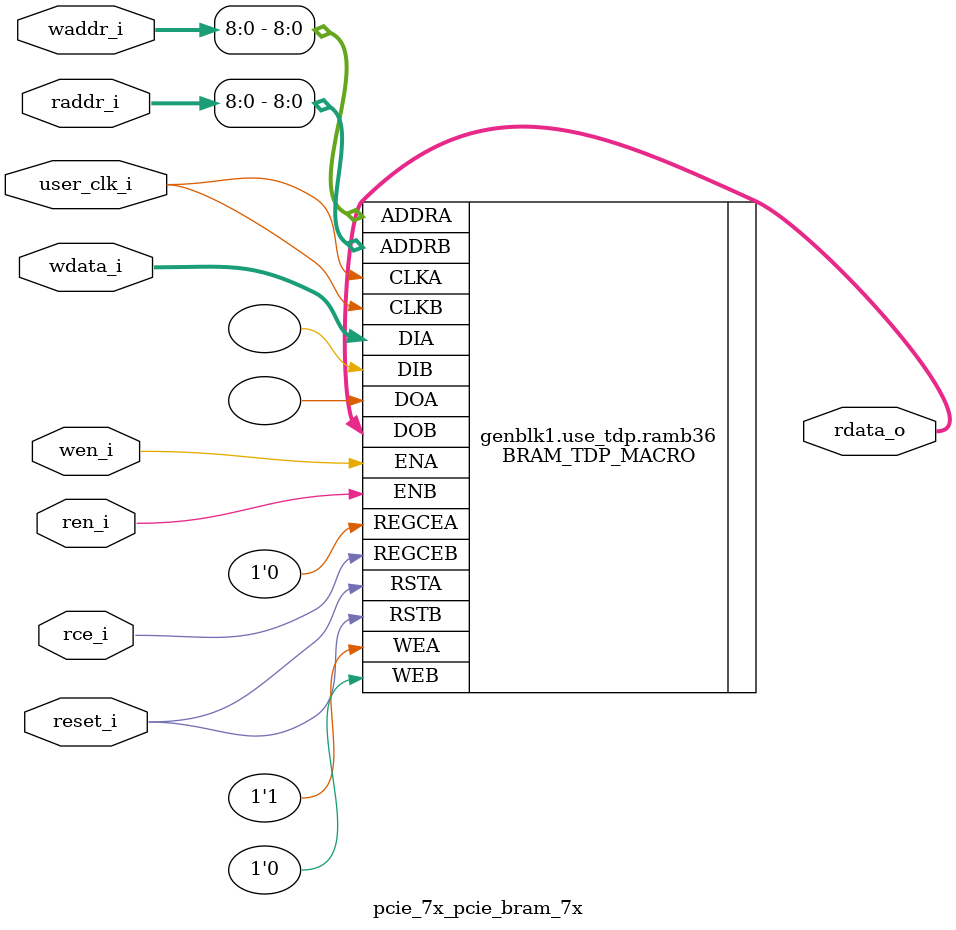
<source format=v>

`timescale 1ps/1ps

(* DowngradeIPIdentifiedWarnings = "yes" *)
module pcie_7x_pcie_bram_7x
  #(
    parameter [3:0]  LINK_CAP_MAX_LINK_SPEED = 4'h1,        // PCIe Link Speed : 1 - 2.5 GT/s; 2 - 5.0 GT/s
    parameter [5:0]  LINK_CAP_MAX_LINK_WIDTH = 6'h08,       // PCIe Link Width : 1 / 2 / 4 / 8
    parameter IMPL_TARGET = "HARD",                         // the implementation target : HARD, SOFT
    parameter DOB_REG = 0,                                  // 1 - use the output register;
                                                            // 0 - don't use the output register
    parameter WIDTH = 0                                     // supported WIDTH's : 4, 9, 18, 36 - uses RAMB36
                                                            //                     72 - uses RAMB36SDP
    )
    (
     input               user_clk_i,// user clock
     input               reset_i,   // bram reset

     input               wen_i,     // write enable
     input [12:0]        waddr_i,   // write address
     input [WIDTH - 1:0] wdata_i,   // write data

     input               ren_i,     // read enable
     input               rce_i,     // output register clock enable
     input [12:0]        raddr_i,   // read address

     output [WIDTH - 1:0] rdata_o   // read data
     );

   // map the address bits
   localparam ADDR_MSB = ((WIDTH == 4)  ? 12 :
                          (WIDTH == 9)  ? 11 :
                          (WIDTH == 18) ? 10 :
                          (WIDTH == 36) ?  9 :
                                           8
                          );

   // set the width of the tied off low address bits
   localparam ADDR_LO_BITS = ((WIDTH == 4)  ? 2 :
                              (WIDTH == 9)  ? 3 :
                              (WIDTH == 18) ? 4 :
                              (WIDTH == 36) ? 5 :
                                              0 // for WIDTH 72 use RAMB36SDP
                              );

   // map the data bits
   localparam D_MSB =  ((WIDTH == 4)  ?  3 :
                        (WIDTH == 9)  ?  7 :
                        (WIDTH == 18) ? 15 :
                        (WIDTH == 36) ? 31 :
                                        63
                        );

   // map the data parity bits
   localparam DP_LSB =  D_MSB + 1;

   localparam DP_MSB =  ((WIDTH == 4)  ? 4 :
                         (WIDTH == 9)  ? 8 :
                         (WIDTH == 18) ? 17 :
                         (WIDTH == 36) ? 35 :
                                         71
                        );

   localparam DPW = DP_MSB - DP_LSB + 1;
   localparam WRITE_MODE = ((WIDTH == 72) && (!((LINK_CAP_MAX_LINK_SPEED == 4'h2) && (LINK_CAP_MAX_LINK_WIDTH == 6'h08)))) ? "WRITE_FIRST" :
                           ((LINK_CAP_MAX_LINK_SPEED == 4'h2) && (LINK_CAP_MAX_LINK_WIDTH == 6'h08)) ? "WRITE_FIRST" : "NO_CHANGE";

   localparam DEVICE = (IMPL_TARGET == "HARD") ? "7SERIES" : "VIRTEX6";
   localparam BRAM_SIZE = "36Kb";

   localparam WE_WIDTH =(DEVICE == "VIRTEX5" || DEVICE == "VIRTEX6" || DEVICE == "7SERIES") ?
                            ((WIDTH <= 9) ? 1 :
                             (WIDTH > 9 && WIDTH <= 18) ? 2 :
                             (WIDTH > 18 && WIDTH <= 36) ? 4 :
                             (WIDTH > 36 && WIDTH <= 72) ? 8 :
                             (BRAM_SIZE == "18Kb") ? 4 : 8 ) : 8;

   //synthesis translate_off
   initial begin
      //$display("[%t] %m DOB_REG %0d WIDTH %0d ADDR_MSB %0d ADDR_LO_BITS %0d DP_MSB %0d DP_LSB %0d D_MSB %0d",
      //          $time, DOB_REG,   WIDTH,    ADDR_MSB,    ADDR_LO_BITS,    DP_MSB,    DP_LSB,    D_MSB);

      case (WIDTH)
        4,9,18,36,72:;
        default:
          begin
             $display("[%t] %m Error WIDTH %0d not supported", $time, WIDTH);
             $finish;
          end
      endcase // case (WIDTH)
   end
   //synthesis translate_on

   generate
   if ((LINK_CAP_MAX_LINK_WIDTH == 6'h08 && LINK_CAP_MAX_LINK_SPEED == 4'h2) || (WIDTH == 72)) begin : use_sdp
        BRAM_SDP_MACRO #(
               .DEVICE        (DEVICE),
               .BRAM_SIZE     (BRAM_SIZE),
               .DO_REG        (DOB_REG),
               .READ_WIDTH    (WIDTH),
               .WRITE_WIDTH   (WIDTH),
               .WRITE_MODE    (WRITE_MODE)
               )
        ramb36sdp(
               .DO             (rdata_o[WIDTH-1:0]),
               .DI             (wdata_i[WIDTH-1:0]),
               .RDADDR         (raddr_i[ADDR_MSB:0]),
               .RDCLK          (user_clk_i),
               .RDEN           (ren_i),
               .REGCE          (rce_i),
               .RST            (reset_i),
               .WE             ({WE_WIDTH{1'b1}}),
               .WRADDR         (waddr_i[ADDR_MSB:0]),
               .WRCLK          (user_clk_i),
               .WREN           (wen_i)
               );

    end  // block: use_sdp
    else if (WIDTH <= 36) begin : use_tdp
    // use RAMB36's if the width is 4, 9, 18, or 36
        BRAM_TDP_MACRO #(
               .DEVICE        (DEVICE),
               .BRAM_SIZE     (BRAM_SIZE),
               .DOA_REG       (0),
               .DOB_REG       (DOB_REG),
               .READ_WIDTH_A  (WIDTH),
               .READ_WIDTH_B  (WIDTH),
               .WRITE_WIDTH_A (WIDTH),
               .WRITE_WIDTH_B (WIDTH),
               .WRITE_MODE_A  (WRITE_MODE)
               )
        ramb36(
               .DOA            (),
               .DOB            (rdata_o[WIDTH-1:0]),
               .ADDRA          (waddr_i[ADDR_MSB:0]),
               .ADDRB          (raddr_i[ADDR_MSB:0]),
               .CLKA           (user_clk_i),
               .CLKB           (user_clk_i),
               .DIA            (wdata_i[WIDTH-1:0]),
               .DIB            ({WIDTH{1'b0}}),
               .ENA            (wen_i),
               .ENB            (ren_i),
               .REGCEA         (1'b0),
               .REGCEB         (rce_i),
               .RSTA           (reset_i),
               .RSTB           (reset_i),
               .WEA            ({WE_WIDTH{1'b1}}),
               .WEB            ({WE_WIDTH{1'b0}})
               );
   end // block: use_tdp
   endgenerate

endmodule // pcie_bram_7x


</source>
